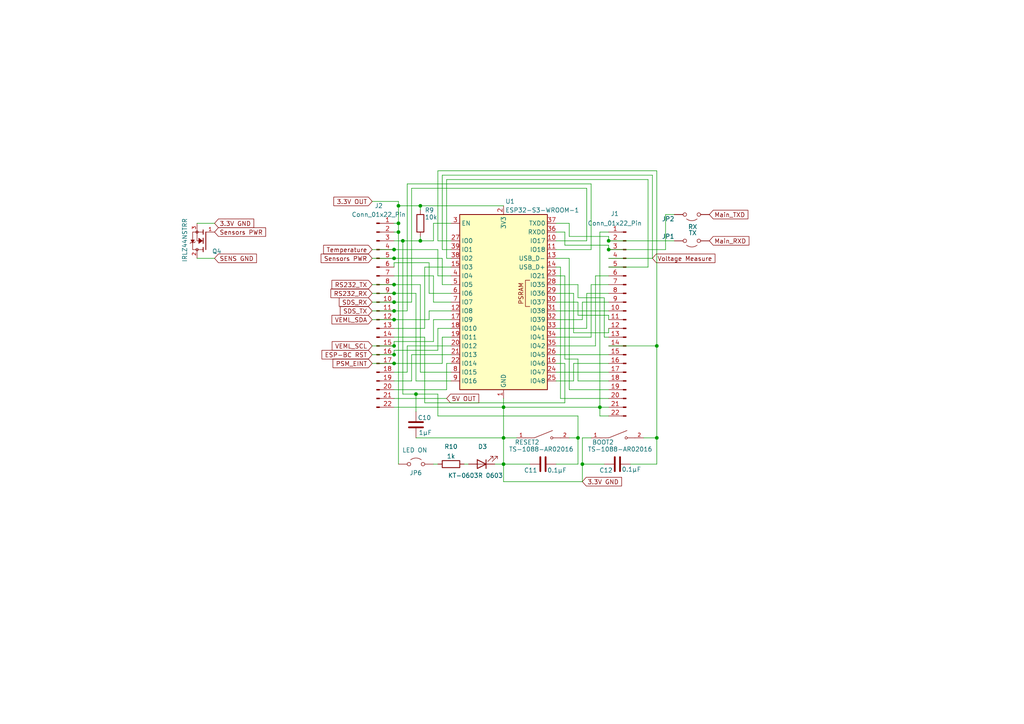
<source format=kicad_sch>
(kicad_sch (version 20250114) (generator "eeschema") (generator_version "9.0")
  (paper "A4")
  (title_block (title "Daniel Kluka Weather Station - DKWS") (date "2025-05-27") (rev "4") (company "Brno University of Technology") (comment 1 "Faculty of Eelectrical Engineering") (comment 2 "Department of Telecommunications") (comment 3 "Meteo Telcorain") (comment 4 "Bc. Daniel Kluka"))
  (lib_symbols
    (symbol "Connector:Conn_01x22_Pin" (pin_names (offset 1.016) (hide yes))
      (property "Reference" "J" (at 0 27.94 0))
      (property "Value" "Conn_01x22_Pin" (at 0 -30.48 0))
      (symbol "Conn_01x22_Pin_1_1"
        (rectangle (start 0.8636 25.527) (end 0 25.273) (stroke (width 0.1524)) (fill (type outline)))
        (rectangle (start 0.8636 22.987) (end 0 22.733) (stroke (width 0.1524)) (fill (type outline)))
        (rectangle (start 0.8636 20.447) (end 0 20.193) (stroke (width 0.1524)) (fill (type outline)))
        (rectangle (start 0.8636 17.907) (end 0 17.653) (stroke (width 0.1524)) (fill (type outline)))
        (rectangle (start 0.8636 15.367) (end 0 15.113) (stroke (width 0.1524)) (fill (type outline)))
        (rectangle (start 0.8636 12.827) (end 0 12.573) (stroke (width 0.1524)) (fill (type outline)))
        (rectangle (start 0.8636 10.287) (end 0 10.033) (stroke (width 0.1524)) (fill (type outline)))
        (rectangle (start 0.8636 7.747) (end 0 7.493) (stroke (width 0.1524)) (fill (type outline)))
        (rectangle (start 0.8636 5.207) (end 0 4.953) (stroke (width 0.1524)) (fill (type outline)))
        (rectangle (start 0.8636 2.667) (end 0 2.413) (stroke (width 0.1524)) (fill (type outline)))
        (rectangle (start 0.8636 0.127) (end 0 -0.127) (stroke (width 0.1524)) (fill (type outline)))
        (rectangle (start 0.8636 -2.413) (end 0 -2.667) (stroke (width 0.1524)) (fill (type outline)))
        (rectangle (start 0.8636 -4.953) (end 0 -5.207) (stroke (width 0.1524)) (fill (type outline)))
        (rectangle (start 0.8636 -7.493) (end 0 -7.747) (stroke (width 0.1524)) (fill (type outline)))
        (rectangle (start 0.8636 -10.033) (end 0 -10.287) (stroke (width 0.1524)) (fill (type outline)))
        (rectangle (start 0.8636 -12.573) (end 0 -12.827) (stroke (width 0.1524)) (fill (type outline)))
        (rectangle (start 0.8636 -15.113) (end 0 -15.367) (stroke (width 0.1524)) (fill (type outline)))
        (rectangle (start 0.8636 -17.653) (end 0 -17.907) (stroke (width 0.1524)) (fill (type outline)))
        (rectangle (start 0.8636 -20.193) (end 0 -20.447) (stroke (width 0.1524)) (fill (type outline)))
        (rectangle (start 0.8636 -22.733) (end 0 -22.987) (stroke (width 0.1524)) (fill (type outline)))
        (rectangle (start 0.8636 -25.273) (end 0 -25.527) (stroke (width 0.1524)) (fill (type outline)))
        (rectangle (start 0.8636 -27.813) (end 0 -28.067) (stroke (width 0.1524)) (fill (type outline)))
        (polyline (pts (xy 1.27 25.4) (xy 0.8636 25.4)) (stroke (width 0.1524)))
        (polyline (pts (xy 1.27 22.86) (xy 0.8636 22.86)) (stroke (width 0.1524)))
        (polyline (pts (xy 1.27 20.32) (xy 0.8636 20.32)) (stroke (width 0.1524)))
        (polyline (pts (xy 1.27 17.78) (xy 0.8636 17.78)) (stroke (width 0.1524)))
        (polyline (pts (xy 1.27 15.24) (xy 0.8636 15.24)) (stroke (width 0.1524)))
        (polyline (pts (xy 1.27 12.7) (xy 0.8636 12.7)) (stroke (width 0.1524)))
        (polyline (pts (xy 1.27 10.16) (xy 0.8636 10.16)) (stroke (width 0.1524)))
        (polyline (pts (xy 1.27 7.62) (xy 0.8636 7.62)) (stroke (width 0.1524)))
        (polyline (pts (xy 1.27 5.08) (xy 0.8636 5.08)) (stroke (width 0.1524)))
        (polyline (pts (xy 1.27 2.54) (xy 0.8636 2.54)) (stroke (width 0.1524)))
        (polyline (pts (xy 1.27 0) (xy 0.8636 0)) (stroke (width 0.1524)))
        (polyline (pts (xy 1.27 -2.54) (xy 0.8636 -2.54)) (stroke (width 0.1524)))
        (polyline (pts (xy 1.27 -5.08) (xy 0.8636 -5.08)) (stroke (width 0.1524)))
        (polyline (pts (xy 1.27 -7.62) (xy 0.8636 -7.62)) (stroke (width 0.1524)))
        (polyline (pts (xy 1.27 -10.16) (xy 0.8636 -10.16)) (stroke (width 0.1524)))
        (polyline (pts (xy 1.27 -12.7) (xy 0.8636 -12.7)) (stroke (width 0.1524)))
        (polyline (pts (xy 1.27 -15.24) (xy 0.8636 -15.24)) (stroke (width 0.1524)))
        (polyline (pts (xy 1.27 -17.78) (xy 0.8636 -17.78)) (stroke (width 0.1524)))
        (polyline (pts (xy 1.27 -20.32) (xy 0.8636 -20.32)) (stroke (width 0.1524)))
        (polyline (pts (xy 1.27 -22.86) (xy 0.8636 -22.86)) (stroke (width 0.1524)))
        (polyline (pts (xy 1.27 -25.4) (xy 0.8636 -25.4)) (stroke (width 0.1524)))
        (polyline (pts (xy 1.27 -27.94) (xy 0.8636 -27.94)) (stroke (width 0.1524)))
        (pin passive line (at 5.08 25.4 180) (length 3.81) (name "Pin_1") (number "1"))
        (pin passive line (at 5.08 22.86 180) (length 3.81) (name "Pin_2") (number "2"))
        (pin passive line (at 5.08 20.32 180) (length 3.81) (name "Pin_3") (number "3"))
        (pin passive line (at 5.08 17.78 180) (length 3.81) (name "Pin_4") (number "4"))
        (pin passive line (at 5.08 15.24 180) (length 3.81) (name "Pin_5") (number "5"))
        (pin passive line (at 5.08 12.7 180) (length 3.81) (name "Pin_6") (number "6"))
        (pin passive line (at 5.08 10.16 180) (length 3.81) (name "Pin_7") (number "7"))
        (pin passive line (at 5.08 7.62 180) (length 3.81) (name "Pin_8") (number "8"))
        (pin passive line (at 5.08 5.08 180) (length 3.81) (name "Pin_9") (number "9"))
        (pin passive line (at 5.08 2.54 180) (length 3.81) (name "Pin_10") (number "10"))
        (pin passive line (at 5.08 0 180) (length 3.81) (name "Pin_11") (number "11"))
        (pin passive line (at 5.08 -2.54 180) (length 3.81) (name "Pin_12") (number "12"))
        (pin passive line (at 5.08 -5.08 180) (length 3.81) (name "Pin_13") (number "13"))
        (pin passive line (at 5.08 -7.62 180) (length 3.81) (name "Pin_14") (number "14"))
        (pin passive line (at 5.08 -10.16 180) (length 3.81) (name "Pin_15") (number "15"))
        (pin passive line (at 5.08 -12.7 180) (length 3.81) (name "Pin_16") (number "16"))
        (pin passive line (at 5.08 -15.24 180) (length 3.81) (name "Pin_17") (number "17"))
        (pin passive line (at 5.08 -17.78 180) (length 3.81) (name "Pin_18") (number "18"))
        (pin passive line (at 5.08 -20.32 180) (length 3.81) (name "Pin_19") (number "19"))
        (pin passive line (at 5.08 -22.86 180) (length 3.81) (name "Pin_20") (number "20"))
        (pin passive line (at 5.08 -25.4 180) (length 3.81) (name "Pin_21") (number "21"))
        (pin passive line (at 5.08 -27.94 180) (length 3.81) (name "Pin_22") (number "22"))
      )
    )
    (symbol "Device:C" (pin_numbers (hide yes)) (pin_names (offset 0.254))
      (property "Reference" "C" (at 0.635 2.54 0))
      (property "Value" "C" (at 0.635 -2.54 0))
      (symbol "C_0_1"
        (polyline (pts (xy -2.032 0.762) (xy 2.032 0.762)) (stroke (width 0.508)))
        (polyline (pts (xy -2.032 -0.762) (xy 2.032 -0.762)) (stroke (width 0.508)))
      )
      (symbol "C_1_1"
        (pin passive line (at 0 3.81 270) (length 2.794) (name "~") (number "1"))
        (pin passive line (at 0 -3.81 90) (length 2.794) (name "~") (number "2"))
      )
    )
    (symbol "Device:LED" (pin_numbers (hide yes)) (pin_names (offset 1.016) (hide yes))
      (property "Reference" "D" (at 0 2.54 0))
      (property "Value" "LED" (at 0 -2.54 0))
      (symbol "LED_0_1"
        (polyline (pts (xy -3.048 -0.762) (xy -4.572 -2.286) (xy -3.81 -2.286) (xy -4.572 -2.286) (xy -4.572 -1.524)))
        (polyline (pts (xy -1.778 -0.762) (xy -3.302 -2.286) (xy -2.54 -2.286) (xy -3.302 -2.286) (xy -3.302 -1.524)))
        (polyline (pts (xy -1.27 0) (xy 1.27 0)))
        (polyline (pts (xy -1.27 -1.27) (xy -1.27 1.27)) (stroke (width 0.254)))
        (polyline (pts (xy 1.27 -1.27) (xy 1.27 1.27) (xy -1.27 0) (xy 1.27 -1.27)) (stroke (width 0.254)))
      )
      (symbol "LED_1_1"
        (pin passive line (at -3.81 0 0) (length 2.54) (name "K") (number "1"))
        (pin passive line (at 3.81 0 180) (length 2.54) (name "A") (number "2"))
      )
    )
    (symbol "Device:R" (pin_numbers (hide yes)) (pin_names (offset 0))
      (property "Reference" "R" (at 2.032 0 90))
      (property "Value" "R" (at 0 0 90))
      (symbol "R_0_1"
        (rectangle (start -1.016 -2.54) (end 1.016 2.54) (stroke (width 0.254)))
      )
      (symbol "R_1_1"
        (pin passive line (at 0 3.81 270) (length 1.27) (name "~") (number "1"))
        (pin passive line (at 0 -3.81 90) (length 1.27) (name "~") (number "2"))
      )
    )
    (symbol "IRLZ44N:IRLZ44N" (pin_names (offset 1.016))
      (property "Reference" "Q" (at -8.89 2.54 0))
      (property "Value" "IRLZ44N" (at -8.89 -7.62 0))
      (symbol "IRLZ44N_0_0"
        (polyline (pts (xy 0 2.54) (xy 0 -2.54)) (stroke (width 0.254)))
        (polyline (pts (xy 0.762 3.175) (xy 0.762 2.54)) (stroke (width 0.254)))
        (polyline (pts (xy 0.762 2.54) (xy 0.762 1.905)) (stroke (width 0.254)))
        (polyline (pts (xy 0.762 2.54) (xy 3.81 2.54)) (stroke (width 0.1524)))
        (polyline (pts (xy 0.762 0.762) (xy 0.762 0)) (stroke (width 0.254)))
        (polyline (pts (xy 0.762 0) (xy 0.762 -0.762)) (stroke (width 0.254)))
        (polyline (pts (xy 0.762 0) (xy 2.54 0)) (stroke (width 0.1524)))
        (polyline (pts (xy 0.762 -1.905) (xy 0.762 -2.54)) (stroke (width 0.254)))
        (polyline (pts (xy 0.762 -2.54) (xy 0.762 -3.175)) (stroke (width 0.254)))
        (polyline (pts (xy 1.016 0) (xy 2.032 0.762) (xy 2.032 -0.762) (xy 1.016 0)) (stroke (width 0.1524)) (fill (type outline)))
        (circle (center 2.54 2.54) (radius 0.3592))
        (polyline (pts (xy 2.54 0) (xy 2.54 -2.54)) (stroke (width 0.1524)))
        (polyline (pts (xy 2.54 -2.54) (xy 0.762 -2.54)) (stroke (width 0.1524)))
        (polyline (pts (xy 2.54 -2.54) (xy 3.81 -2.54)) (stroke (width 0.1524)))
        (circle (center 2.54 -2.54) (radius 0.3592))
        (polyline (pts (xy 3.302 0.508) (xy 3.048 0.254)) (stroke (width 0.1524)))
        (polyline (pts (xy 3.81 2.54) (xy 3.81 0.508)) (stroke (width 0.1524)))
        (polyline (pts (xy 3.81 0.508) (xy 3.302 0.508)) (stroke (width 0.1524)))
        (polyline (pts (xy 3.81 0.508) (xy 3.81 -2.54)) (stroke (width 0.1524)))
        (polyline (pts (xy 3.81 0.508) (xy 3.302 -0.254) (xy 4.318 -0.254) (xy 3.81 0.508)) (stroke (width 0.1524)) (fill (type outline)))
        (polyline (pts (xy 4.318 0.508) (xy 3.81 0.508)) (stroke (width 0.1524)))
        (polyline (pts (xy 4.572 0.762) (xy 4.318 0.508)) (stroke (width 0.1524)))
        (pin passive line (at -2.54 -2.54 0) (length 2.54) (name "~") (number "1"))
        (pin passive line (at 2.54 5.08 270) (length 2.54) (name "~") (number "2"))
        (pin passive line (at 2.54 -5.08 90) (length 2.54) (name "~") (number "3"))
      )
    )
    (symbol "Jumper:Jumper_2_Open" (pin_numbers (hide yes)) (pin_names (offset 0) (hide yes)) (exclude_from_sim yes)
      (property "Reference" "JP" (at 0 2.794 0))
      (property "Value" "Jumper_2_Open" (at 0 -2.286 0))
      (symbol "Jumper_2_Open_0_0"
        (circle (center -2.032 0) (radius 0.508))
        (circle (center 2.032 0) (radius 0.508))
      )
      (symbol "Jumper_2_Open_0_1"
        (arc (start -1.524 1.27) (mid 0 1.778) (end 1.524 1.27))
      )
      (symbol "Jumper_2_Open_1_1"
        (pin passive line (at -5.08 0 0) (length 2.54) (name "A") (number "1"))
        (pin passive line (at 5.08 0 180) (length 2.54) (name "B") (number "2"))
      )
    )
    (symbol "RF_Module:ESP32-S3-WROOM-1"
      (property "Reference" "U" (at -12.7 26.67 0))
      (property "Value" "ESP32-S3-WROOM-1" (at 12.7 26.67 0))
      (symbol "ESP32-S3-WROOM-1_0_0"
        (rectangle (start -12.7 25.4) (end 12.7 -25.4) (stroke (width 0.254)) (fill (type background)))
        (text "PSRAM" (at 5.08 2.54 900) (effects (font (size 1.27 1.27))))
      )
      (symbol "ESP32-S3-WROOM-1_0_1"
        (polyline (pts (xy 7.62 -1.27) (xy 6.35 -1.27) (xy 6.35 6.35) (xy 7.62 6.35)))
      )
      (symbol "ESP32-S3-WROOM-1_1_1"
        (pin input line (at -15.24 22.86 0) (length 2.54) (name "EN") (number "3"))
        (pin bidirectional line (at -15.24 17.78 0) (length 2.54) (name "IO0") (number "27"))
        (pin bidirectional line (at -15.24 15.24 0) (length 2.54) (name "IO1") (number "39"))
        (pin bidirectional line (at -15.24 12.7 0) (length 2.54) (name "IO2") (number "38"))
        (pin bidirectional line (at -15.24 10.16 0) (length 2.54) (name "IO3") (number "15"))
        (pin bidirectional line (at -15.24 7.62 0) (length 2.54) (name "IO4") (number "4"))
        (pin bidirectional line (at -15.24 5.08 0) (length 2.54) (name "IO5") (number "5"))
        (pin bidirectional line (at -15.24 2.54 0) (length 2.54) (name "IO6") (number "6"))
        (pin bidirectional line (at -15.24 0 0) (length 2.54) (name "IO7") (number "7"))
        (pin bidirectional line (at -15.24 -2.54 0) (length 2.54) (name "IO8") (number "12"))
        (pin bidirectional line (at -15.24 -5.08 0) (length 2.54) (name "IO9") (number "17"))
        (pin bidirectional line (at -15.24 -7.62 0) (length 2.54) (name "IO10") (number "18"))
        (pin bidirectional line (at -15.24 -10.16 0) (length 2.54) (name "IO11") (number "19"))
        (pin bidirectional line (at -15.24 -12.7 0) (length 2.54) (name "IO12") (number "20"))
        (pin bidirectional line (at -15.24 -15.24 0) (length 2.54) (name "IO13") (number "21"))
        (pin bidirectional line (at -15.24 -17.78 0) (length 2.54) (name "IO14") (number "22"))
        (pin bidirectional line (at -15.24 -20.32 0) (length 2.54) (name "IO15") (number "8"))
        (pin bidirectional line (at -15.24 -22.86 0) (length 2.54) (name "IO16") (number "9"))
        (pin power_in line (at 0 27.94 270) (length 2.54) (name "3V3") (number "2"))
        (pin power_in line (at 0 -27.94 90) (length 2.54) (name "GND") (number "1"))
        (pin passive line (at 0 -27.94 90) (length 2.54) (hide yes) (name "GND") (number "40"))
        (pin passive line (at 0 -27.94 90) (length 2.54) (hide yes) (name "GND") (number "41"))
        (pin bidirectional line (at 15.24 22.86 180) (length 2.54) (name "TXD0") (number "37"))
        (pin bidirectional line (at 15.24 20.32 180) (length 2.54) (name "RXD0") (number "36"))
        (pin bidirectional line (at 15.24 17.78 180) (length 2.54) (name "IO17") (number "10"))
        (pin bidirectional line (at 15.24 15.24 180) (length 2.54) (name "IO18") (number "11"))
        (pin bidirectional line (at 15.24 12.7 180) (length 2.54) (name "USB_D-") (number "13"))
        (pin bidirectional line (at 15.24 10.16 180) (length 2.54) (name "USB_D+") (number "14"))
        (pin bidirectional line (at 15.24 7.62 180) (length 2.54) (name "IO21") (number "23"))
        (pin bidirectional line (at 15.24 5.08 180) (length 2.54) (name "IO35") (number "28"))
        (pin bidirectional line (at 15.24 2.54 180) (length 2.54) (name "IO36") (number "29"))
        (pin bidirectional line (at 15.24 0 180) (length 2.54) (name "IO37") (number "30"))
        (pin bidirectional line (at 15.24 -2.54 180) (length 2.54) (name "IO38") (number "31"))
        (pin bidirectional line (at 15.24 -5.08 180) (length 2.54) (name "IO39") (number "32"))
        (pin bidirectional line (at 15.24 -7.62 180) (length 2.54) (name "IO40") (number "33"))
        (pin bidirectional line (at 15.24 -10.16 180) (length 2.54) (name "IO41") (number "34"))
        (pin bidirectional line (at 15.24 -12.7 180) (length 2.54) (name "IO42") (number "35"))
        (pin bidirectional line (at 15.24 -15.24 180) (length 2.54) (name "IO45") (number "26"))
        (pin bidirectional line (at 15.24 -17.78 180) (length 2.54) (name "IO46") (number "16"))
        (pin bidirectional line (at 15.24 -20.32 180) (length 2.54) (name "IO47") (number "24"))
        (pin bidirectional line (at 15.24 -22.86 180) (length 2.54) (name "IO48") (number "25"))
      )
    )
    (symbol "TS-1088-AR02016:TS-1088-AR02016" (pin_names (offset 1.016))
      (property "Reference" "S" (at -2.54 2.54 0))
      (property "Value" "TS-1088-AR02016" (at -2.54 -2.54 0))
      (symbol "TS-1088-AR02016_0_0"
        (polyline (pts (xy -2.54 0) (xy -5.08 0)) (stroke (width 0.1524)))
        (polyline (pts (xy -2.54 0) (xy 2.794 2.1336)) (stroke (width 0.1524)))
        (circle (center 2.54 0) (radius 0.3302) (stroke (width 0.1524)))
        (polyline (pts (xy 5.08 0) (xy 2.921 0)) (stroke (width 0.1524)))
        (pin passive line (at -7.62 0 0) (length 2.54) (name "~") (number "1"))
        (pin passive line (at 7.62 0 180) (length 2.54) (name "~") (number "2"))
      )
    )
  )
  (junction (at 114.3 102.87))
  (junction (at 121.92 69.85))
  (junction (at 146.05 118.11))
  (junction (at 190.5 100.33))
  (junction (at 173.99 118.11))
  (junction (at 176.53 72.39))
  (junction (at 115.57 67.31))
  (junction (at 114.3 92.71))
  (junction (at 167.64 127))
  (junction (at 146.05 127))
  (junction (at 121.92 59.69))
  (junction (at 114.3 100.33))
  (junction (at 115.57 59.69))
  (junction (at 114.3 105.41))
  (junction (at 168.91 134.62))
  (junction (at 114.3 72.39))
  (junction (at 114.3 85.09))
  (junction (at 116.84 69.85))
  (junction (at 146.05 134.62))
  (junction (at 115.57 64.77))
  (junction (at 114.3 87.63))
  (junction (at 114.3 74.93))
  (junction (at 190.5 127))
  (junction (at 120.65 114.3))
  (junction (at 114.3 82.55))
  (junction (at 114.3 90.17))
  (junction (at 176.53 69.85))
  (wire (pts (xy 168.91 134.62) (xy 168.91 139.7)))
  (wire (pts (xy 125.73 64.77) (xy 125.73 69.85)))
  (wire (pts (xy 128.27 50.8) (xy 189.23 50.8)))
  (wire (pts (xy 176.53 72.39) (xy 176.53 71.12)))
  (wire (pts (xy 115.57 59.69) (xy 115.57 64.77)))
  (wire (pts (xy 146.05 134.62) (xy 153.67 134.62)))
  (wire (pts (xy 107.95 100.33) (xy 114.3 100.33)))
  (wire (pts (xy 114.3 107.95) (xy 118.11 107.95)))
  (wire (pts (xy 127 101.6) (xy 127 95.25)))
  (wire (pts (xy 119.38 54.61) (xy 170.18 54.61)))
  (wire (pts (xy 114.3 64.77) (xy 115.57 64.77)))
  (wire (pts (xy 114.3 72.39) (xy 127 72.39)))
  (wire (pts (xy 161.29 67.31) (xy 163.83 67.31)))
  (wire (pts (xy 176.53 74.93) (xy 189.23 74.93)))
  (wire (pts (xy 127 120.65) (xy 127 114.3)))
  (wire (pts (xy 121.92 60.96) (xy 121.92 59.69)))
  (wire (pts (xy 165.1 64.77) (xy 161.29 64.77)))
  (wire (pts (xy 130.81 87.63) (xy 125.73 87.63)))
  (wire (pts (xy 168.91 127) (xy 168.91 134.62)))
  (wire (pts (xy 123.19 77.47) (xy 123.19 95.25)))
  (wire (pts (xy 165.1 68.58) (xy 165.1 64.77)))
  (wire (pts (xy 127 95.25) (xy 130.81 95.25)))
  (wire (pts (xy 130.81 77.47) (xy 123.19 77.47)))
  (wire (pts (xy 171.45 82.55) (xy 171.45 97.79)))
  (wire (pts (xy 167.64 110.49) (xy 176.53 110.49)))
  (wire (pts (xy 195.58 62.23) (xy 193.04 62.23)))
  (wire (pts (xy 114.3 82.55) (xy 121.92 82.55)))
  (wire (pts (xy 167.64 91.44) (xy 167.64 87.63)))
  (wire (pts (xy 161.29 85.09) (xy 166.37 85.09)))
  (wire (pts (xy 176.53 100.33) (xy 190.5 100.33)))
  (wire (pts (xy 189.23 50.8) (xy 189.23 74.93)))
  (wire (pts (xy 124.46 90.17) (xy 130.81 90.17)))
  (wire (pts (xy 175.26 86.36) (xy 167.64 86.36)))
  (wire (pts (xy 146.05 127) (xy 146.05 134.62)))
  (wire (pts (xy 161.29 87.63) (xy 167.64 87.63)))
  (wire (pts (xy 115.57 59.69) (xy 121.92 59.69)))
  (wire (pts (xy 114.3 101.6) (xy 114.3 102.87)))
  (wire (pts (xy 171.45 127) (xy 168.91 127)))
  (wire (pts (xy 116.84 69.85) (xy 116.84 114.3)))
  (wire (pts (xy 128.27 82.55) (xy 130.81 82.55)))
  (wire (pts (xy 172.72 80.01) (xy 172.72 100.33)))
  (wire (pts (xy 114.3 85.09) (xy 120.65 85.09)))
  (wire (pts (xy 161.29 107.95) (xy 176.53 107.95)))
  (wire (pts (xy 124.46 90.17) (xy 124.46 92.71)))
  (wire (pts (xy 125.73 80.01) (xy 114.3 80.01)))
  (wire (pts (xy 146.05 118.11) (xy 146.05 127)))
  (wire (pts (xy 128.27 105.41) (xy 128.27 97.79)))
  (wire (pts (xy 114.3 95.25) (xy 123.19 95.25)))
  (wire (pts (xy 57.15 74.93) (xy 62.23 74.93)))
  (wire (pts (xy 173.99 67.31) (xy 173.99 118.11)))
  (wire (pts (xy 176.53 72.39) (xy 193.04 72.39)))
  (wire (pts (xy 190.5 100.33) (xy 190.5 127)))
  (wire (pts (xy 125.73 134.62) (xy 127 134.62)))
  (wire (pts (xy 120.65 127) (xy 146.05 127)))
  (wire (pts (xy 172.72 100.33) (xy 161.29 100.33)))
  (wire (pts (xy 170.18 85.09) (xy 176.53 85.09)))
  (wire (pts (xy 168.91 92.71) (xy 161.29 92.71)))
  (wire (pts (xy 163.83 116.84) (xy 163.83 105.41)))
  (wire (pts (xy 165.1 127) (xy 167.64 127)))
  (wire (pts (xy 176.53 67.31) (xy 173.99 67.31)))
  (wire (pts (xy 125.73 92.71) (xy 130.81 92.71)))
  (wire (pts (xy 161.29 74.93) (xy 165.1 74.93)))
  (wire (pts (xy 166.37 110.49) (xy 161.29 110.49)))
  (wire (pts (xy 173.99 118.11) (xy 176.53 118.11)))
  (wire (pts (xy 107.95 102.87) (xy 114.3 102.87)))
  (wire (pts (xy 125.73 64.77) (xy 130.81 64.77)))
  (wire (pts (xy 168.91 134.62) (xy 175.26 134.62)))
  (wire (pts (xy 107.95 87.63) (xy 114.3 87.63)))
  (wire (pts (xy 115.57 58.42) (xy 115.57 59.69)))
  (wire (pts (xy 165.1 113.03) (xy 176.53 113.03)))
  (wire (pts (xy 161.29 80.01) (xy 163.83 80.01)))
  (wire (pts (xy 124.46 85.09) (xy 124.46 76.2)))
  (wire (pts (xy 124.46 92.71) (xy 114.3 92.71)))
  (wire (pts (xy 173.99 118.11) (xy 173.99 120.65)))
  (wire (pts (xy 149.86 127) (xy 146.05 127)))
  (wire (pts (xy 130.81 85.09) (xy 124.46 85.09)))
  (wire (pts (xy 161.29 90.17) (xy 176.53 90.17)))
  (wire (pts (xy 107.95 58.42) (xy 115.57 58.42)))
  (wire (pts (xy 170.18 54.61) (xy 170.18 69.85)))
  (wire (pts (xy 114.3 76.2) (xy 114.3 77.47)))
  (wire (pts (xy 123.19 116.84) (xy 163.83 116.84)))
  (wire (pts (xy 124.46 76.2) (xy 114.3 76.2)))
  (wire (pts (xy 167.64 120.65) (xy 127 120.65)))
  (wire (pts (xy 167.64 120.65) (xy 167.64 127)))
  (wire (pts (xy 129.54 52.07) (xy 187.96 52.07)))
  (wire (pts (xy 146.05 139.7) (xy 168.91 139.7)))
  (wire (pts (xy 120.65 114.3) (xy 120.65 119.38)))
  (wire (pts (xy 190.5 134.62) (xy 182.88 134.62)))
  (wire (pts (xy 167.64 104.14) (xy 163.83 104.14)))
  (wire (pts (xy 168.91 87.63) (xy 176.53 87.63)))
  (wire (pts (xy 167.64 134.62) (xy 161.29 134.62)))
  (wire (pts (xy 134.62 134.62) (xy 135.89 134.62)))
  (wire (pts (xy 107.95 85.09) (xy 114.3 85.09)))
  (wire (pts (xy 170.18 85.09) (xy 170.18 95.25)))
  (wire (pts (xy 167.64 127) (xy 167.64 134.62)))
  (wire (pts (xy 166.37 105.41) (xy 176.53 105.41)))
  (wire (pts (xy 127 49.53) (xy 127 69.85)))
  (wire (pts (xy 129.54 74.93) (xy 130.81 74.93)))
  (wire (pts (xy 121.92 107.95) (xy 130.81 107.95)))
  (wire (pts (xy 176.53 69.85) (xy 195.58 69.85)))
  (wire (pts (xy 114.3 99.06) (xy 125.73 99.06)))
  (wire (pts (xy 120.65 110.49) (xy 130.81 110.49)))
  (wire (pts (xy 190.5 127) (xy 190.5 134.62)))
  (wire (pts (xy 186.69 127) (xy 190.5 127)))
  (wire (pts (xy 107.95 72.39) (xy 114.3 72.39)))
  (wire (pts (xy 121.92 59.69) (xy 146.05 59.69)))
  (wire (pts (xy 162.56 115.57) (xy 162.56 77.47)))
  (wire (pts (xy 167.64 86.36) (xy 167.64 82.55)))
  (wire (pts (xy 127 80.01) (xy 130.81 80.01)))
  (wire (pts (xy 176.53 92.71) (xy 176.53 91.44)))
  (wire (pts (xy 120.65 114.3) (xy 127 114.3)))
  (wire (pts (xy 127 69.85) (xy 130.81 69.85)))
  (wire (pts (xy 125.73 87.63) (xy 125.73 80.01)))
  (wire (pts (xy 175.26 86.36) (xy 175.26 97.79)))
  (wire (pts (xy 125.73 69.85) (xy 121.92 69.85)))
  (wire (pts (xy 190.5 100.33) (xy 190.5 49.53)))
  (wire (pts (xy 119.38 87.63) (xy 119.38 54.61)))
  (wire (pts (xy 143.51 134.62) (xy 146.05 134.62)))
  (wire (pts (xy 172.72 80.01) (xy 176.53 80.01)))
  (wire (pts (xy 118.11 100.33) (xy 130.81 100.33)))
  (wire (pts (xy 171.45 97.79) (xy 161.29 97.79)))
  (wire (pts (xy 107.95 90.17) (xy 114.3 90.17)))
  (wire (pts (xy 119.38 102.87) (xy 119.38 110.49)))
  (wire (pts (xy 165.1 113.03) (xy 165.1 74.93)))
  (wire (pts (xy 166.37 105.41) (xy 166.37 110.49)))
  (wire (pts (xy 163.83 71.12) (xy 163.83 67.31)))
  (wire (pts (xy 162.56 77.47) (xy 161.29 77.47)))
  (wire (pts (xy 128.27 74.93) (xy 114.3 74.93)))
  (wire (pts (xy 123.19 97.79) (xy 123.19 116.84)))
  (wire (pts (xy 119.38 102.87) (xy 130.81 102.87)))
  (wire (pts (xy 125.73 99.06) (xy 125.73 92.71)))
  (wire (pts (xy 128.27 72.39) (xy 130.81 72.39)))
  (wire (pts (xy 166.37 85.09) (xy 166.37 96.52)))
  (wire (pts (xy 114.3 69.85) (xy 116.84 69.85)))
  (wire (pts (xy 176.53 71.12) (xy 163.83 71.12)))
  (wire (pts (xy 173.99 118.11) (xy 146.05 118.11)))
  (wire (pts (xy 167.64 82.55) (xy 161.29 82.55)))
  (wire (pts (xy 176.53 77.47) (xy 187.96 77.47)))
  (wire (pts (xy 120.65 85.09) (xy 120.65 110.49)))
  (wire (pts (xy 162.56 115.57) (xy 176.53 115.57)))
  (wire (pts (xy 175.26 97.79) (xy 176.53 97.79)))
  (wire (pts (xy 176.53 96.52) (xy 176.53 95.25)))
  (wire (pts (xy 171.45 53.34) (xy 171.45 72.39)))
  (wire (pts (xy 115.57 67.31) (xy 115.57 134.62)))
  (wire (pts (xy 176.53 96.52) (xy 166.37 96.52)))
  (wire (pts (xy 129.54 105.41) (xy 129.54 113.03)))
  (wire (pts (xy 170.18 69.85) (xy 161.29 69.85)))
  (wire (pts (xy 121.92 82.55) (xy 121.92 107.95)))
  (wire (pts (xy 176.53 68.58) (xy 165.1 68.58)))
  (wire (pts (xy 129.54 115.57) (xy 114.3 115.57)))
  (wire (pts (xy 114.3 99.06) (xy 114.3 100.33)))
  (wire (pts (xy 190.5 49.53) (xy 127 49.53)))
  (wire (pts (xy 128.27 97.79) (xy 130.81 97.79)))
  (wire (pts (xy 163.83 104.14) (xy 163.83 80.01)))
  (wire (pts (xy 114.3 90.17) (xy 118.11 90.17)))
  (wire (pts (xy 146.05 134.62) (xy 146.05 139.7)))
  (wire (pts (xy 193.04 72.39) (xy 193.04 62.23)))
  (wire (pts (xy 114.3 97.79) (xy 123.19 97.79)))
  (wire (pts (xy 187.96 77.47) (xy 187.96 52.07)))
  (wire (pts (xy 173.99 120.65) (xy 176.53 120.65)))
  (wire (pts (xy 168.91 87.63) (xy 168.91 92.71)))
  (wire (pts (xy 114.3 113.03) (xy 129.54 113.03)))
  (wire (pts (xy 114.3 105.41) (xy 128.27 105.41)))
  (wire (pts (xy 114.3 110.49) (xy 119.38 110.49)))
  (wire (pts (xy 116.84 114.3) (xy 120.65 114.3)))
  (wire (pts (xy 62.23 64.77) (xy 57.15 64.77)))
  (wire (pts (xy 121.92 68.58) (xy 121.92 69.85)))
  (wire (pts (xy 161.29 95.25) (xy 170.18 95.25)))
  (wire (pts (xy 114.3 101.6) (xy 127 101.6)))
  (wire (pts (xy 114.3 67.31) (xy 115.57 67.31)))
  (wire (pts (xy 129.54 52.07) (xy 129.54 74.93)))
  (wire (pts (xy 118.11 100.33) (xy 118.11 107.95)))
  (wire (pts (xy 171.45 82.55) (xy 176.53 82.55)))
  (wire (pts (xy 161.29 102.87) (xy 176.53 102.87)))
  (wire (pts (xy 163.83 105.41) (xy 161.29 105.41)))
  (wire (pts (xy 146.05 115.57) (xy 146.05 118.11)))
  (wire (pts (xy 129.54 105.41) (xy 130.81 105.41)))
  (wire (pts (xy 176.53 69.85) (xy 176.53 68.58)))
  (wire (pts (xy 128.27 82.55) (xy 128.27 74.93)))
  (wire (pts (xy 116.84 69.85) (xy 121.92 69.85)))
  (wire (pts (xy 127 72.39) (xy 127 80.01)))
  (wire (pts (xy 114.3 118.11) (xy 146.05 118.11)))
  (wire (pts (xy 167.64 110.49) (xy 167.64 104.14)))
  (wire (pts (xy 107.95 92.71) (xy 114.3 92.71)))
  (wire (pts (xy 107.95 82.55) (xy 114.3 82.55)))
  (wire (pts (xy 118.11 53.34) (xy 171.45 53.34)))
  (wire (pts (xy 114.3 87.63) (xy 119.38 87.63)))
  (wire (pts (xy 107.95 105.41) (xy 114.3 105.41)))
  (wire (pts (xy 176.53 91.44) (xy 167.64 91.44)))
  (wire (pts (xy 171.45 72.39) (xy 161.29 72.39)))
  (wire (pts (xy 118.11 90.17) (xy 118.11 53.34)))
  (wire (pts (xy 107.95 74.93) (xy 114.3 74.93)))
  (wire (pts (xy 115.57 64.77) (xy 115.57 67.31)))
  (wire (pts (xy 128.27 50.8) (xy 128.27 72.39)))
  (global_label "3.3V GND" (shape input) (at 168.91 139.7 0) (property "Intersheetrefs" "${INTERSHEET_REFS}" (effects (hide yes))))
  (global_label "5V OUT" (shape input) (at 129.54 115.57 0) (property "Intersheetrefs" "${INTERSHEET_REFS}" (effects (hide yes))))
  (global_label "VEML_SDA" (shape input) (at 107.95 92.71 180) (property "Intersheetrefs" "${INTERSHEET_REFS}" (effects (hide yes))))
  (global_label "Sensors PWR" (shape input) (at 107.95 74.93 180) (property "Intersheetrefs" "${INTERSHEET_REFS}" (effects (hide yes))))
  (global_label "Sensors PWR" (shape input) (at 62.23 67.31 0) (property "Intersheetrefs" "${INTERSHEET_REFS}" (effects (hide yes))))
  (global_label "Voltage Measure" (shape input) (at 189.23 74.93 0) (property "Intersheetrefs" "${INTERSHEET_REFS}" (effects (hide yes))))
  (global_label "RS232_RX" (shape input) (at 107.95 85.09 180) (property "Intersheetrefs" "${INTERSHEET_REFS}" (effects (hide yes))))
  (global_label "RS232_TX" (shape input) (at 107.95 82.55 180) (property "Intersheetrefs" "${INTERSHEET_REFS}" (effects (hide yes))))
  (global_label "SDS_TX" (shape input) (at 107.95 90.17 180) (property "Intersheetrefs" "${INTERSHEET_REFS}" (effects (hide yes))))
  (global_label "Temperature" (shape input) (at 107.95 72.39 180) (property "Intersheetrefs" "${INTERSHEET_REFS}" (effects (hide yes))))
  (global_label "SENS GND" (shape input) (at 62.23 74.93 0) (property "Intersheetrefs" "${INTERSHEET_REFS}" (effects (hide yes))))
  (global_label "Main_RXD" (shape input) (at 205.74 69.85 0) (property "Intersheetrefs" "${INTERSHEET_REFS}" (effects (hide yes))))
  (global_label "SDS_RX" (shape input) (at 107.95 87.63 180) (property "Intersheetrefs" "${INTERSHEET_REFS}" (effects (hide yes))))
  (global_label "PSM_EINT" (shape input) (at 107.95 105.41 180) (property "Intersheetrefs" "${INTERSHEET_REFS}" (effects (hide yes))))
  (global_label "VEML_SCL" (shape input) (at 107.95 100.33 180) (property "Intersheetrefs" "${INTERSHEET_REFS}" (effects (hide yes))))
  (global_label "3.3V GND" (shape input) (at 62.23 64.77 0) (property "Intersheetrefs" "${INTERSHEET_REFS}" (effects (hide yes))))
  (global_label "Main_TXD" (shape input) (at 205.74 62.23 0) (property "Intersheetrefs" "${INTERSHEET_REFS}" (effects (hide yes))))
  (global_label "3.3V OUT" (shape input) (at 107.95 58.42 180) (property "Intersheetrefs" "${INTERSHEET_REFS}" (effects (hide yes))))
  (global_label "ESP-BC RST" (shape input) (at 107.95 102.87 180) (property "Intersheetrefs" "${INTERSHEET_REFS}" (effects (hide yes))))
  (symbol (lib_id "Jumper:Jumper_2_Open") (at 120.65 134.62 0) (unit 1) (exclude_from_sim yes)
    (property "Reference" "JP6" (at 122.428 137.16 0) (effects (justify right)))
    (property "Value" "LED ON" (at 123.952 130.556 0) (effects (justify right)))
    (property "Footprint" "Connector_PinHeader_2.00mm:PinHeader_1x02_P2.00mm_Vertical" (effects (hide yes)))
    (property "Description" "Jumper, 2-pole, open" (effects (hide yes)))
    (property "LCSC" "C706997" (effects (hide yes)))
  )
  (symbol (lib_id "Device:LED") (at 139.7 134.62 180) (unit 1)
    (property "Reference" "D3" (at 139.954 129.54 0))
    (property "Value" "KT-0603R 0603" (at 137.922 137.922 0))
    (property "Footprint" "LED_SMD:LED_0603_1608Metric" (effects (hide yes)))
    (property "Description" "Light emitting diode" (effects (hide yes)))
    (property "Sim.Pins" "1=K 2=A" (effects (hide yes)))
    (property "LCSC" "C2286" (effects (hide yes)))
  )
  (symbol (lib_id "Jumper:Jumper_2_Open") (at 200.66 62.23 180) (unit 1) (exclude_from_sim yes)
    (property "Reference" "JP2" (at 193.802 63.5 0))
    (property "Value" "RX" (at 200.914 65.786 0))
    (property "Footprint" "Connector_PinHeader_2.54mm:PinHeader_1x02_P2.54mm_Vertical" (effects (hide yes)))
    (property "Description" "Jumper, 2-pole, open" (effects (hide yes)))
    (property "LCSC" "C225477" (effects (hide yes)))
  )
  (symbol (lib_id "TS-1088-AR02016:TS-1088-AR02016") (at 157.48 127 0) (unit 1)
    (property "Reference" "RESET2" (at 156.464 128.27 0) (effects (justify right)))
    (property "Value" "TS-1088-AR02016" (at 166.37 130.302 0) (effects (justify right)))
    (property "Footprint" "TS-1088-AR02016:SW_TS-1088-AR02016" (effects (hide yes)))
    (property "Description" "ESP" (effects (hide yes)))
    (property "MF" "Xunpu" (effects (hide yes)))
    (property "MAXIMUM_PACKAGE_HEIGHT" "2.0 mm" (effects (hide yes)))
    (property "Package" "Package" (effects (hide yes)))
    (property "Price" "None" (effects (hide yes)))
    (property "Check_prices" "https://www.snapeda.com/parts/TS-1088-AR02016/Xunpu/view-part/?ref=eda" (effects (hide yes)))
    (property "STANDARD" "Manufacturer Recommendations" (effects (hide yes)))
    (property "PARTREV" "N/A" (effects (hide yes)))
    (property "SnapEDA_Link" "https://www.snapeda.com/parts/TS-1088-AR02016/Xunpu/view-part/?ref=snap" (effects (hide yes)))
    (property "MP" "TS-1088-AR02016" (effects (hide yes)))
    (property "Description_1" "50mA 4mm 100MΩ 100,000 Times 12V 160gf 3mm 2mm Round Button Vertical welding SPST SMD Tactile Switches ROHS" (effects (hide yes)))
    (property "Availability" "Not in stock" (effects (hide yes)))
    (property "MANUFACTURER" "Xunpu" (effects (hide yes)))
    (property "LCSC" "C720477" (effects (hide yes)))
  )
  (symbol (lib_id "RF_Module:ESP32-S3-WROOM-1") (at 146.05 87.63 0) (unit 1)
    (property "Reference" "U1" (at 146.558 58.42 0) (effects (justify left)))
    (property "Value" "ESP32-S3-WROOM-1" (at 146.558 60.96 0) (effects (justify left)))
    (property "Footprint" "RF_Module:ESP32-S3-WROOM-1" (effects (hide yes)))
    (property "Datasheet" "https://www.espressif.com/sites/default/files/documentation/esp32-s3-wroom-1_wroom-1u_datasheet_en.pdf" (effects (hide yes)))
    (property "Description" "RF Module, ESP32-S3 SoC, Wi-Fi 802.11b/g/n, Bluetooth, BLE, 32-bit, 3.3V, onboard antenna, SMD" (effects (hide yes)))
    (property "LCSC" "C2913202" (effects (hide yes)))
  )
  (symbol (lib_id "Device:R") (at 130.81 134.62 90) (unit 1)
    (property "Reference" "R10" (at 130.81 129.54 90))
    (property "Value" "1k" (at 130.81 132.334 90))
    (property "Footprint" "Resistor_SMD:R_0603_1608Metric" (effects (hide yes)))
    (property "Description" "Resistor" (effects (hide yes)))
    (property "LCSC" "C23186" (effects (hide yes)))
  )
  (symbol (lib_id "TS-1088-AR02016:TS-1088-AR02016") (at 179.07 127 0) (unit 1)
    (property "Reference" "BOOT2" (at 178.054 128.27 0) (effects (justify right)))
    (property "Value" "TS-1088-AR02016" (at 189.23 130.302 0) (effects (justify right)))
    (property "Footprint" "TS-1088-AR02016:SW_TS-1088-AR02016" (effects (hide yes)))
    (property "Description" "ESP" (effects (hide yes)))
    (property "MF" "Xunpu" (effects (hide yes)))
    (property "MAXIMUM_PACKAGE_HEIGHT" "2.0 mm" (effects (hide yes)))
    (property "Package" "Package" (effects (hide yes)))
    (property "Price" "None" (effects (hide yes)))
    (property "Check_prices" "https://www.snapeda.com/parts/TS-1088-AR02016/Xunpu/view-part/?ref=eda" (effects (hide yes)))
    (property "STANDARD" "Manufacturer Recommendations" (effects (hide yes)))
    (property "PARTREV" "N/A" (effects (hide yes)))
    (property "SnapEDA_Link" "https://www.snapeda.com/parts/TS-1088-AR02016/Xunpu/view-part/?ref=snap" (effects (hide yes)))
    (property "MP" "TS-1088-AR02016" (effects (hide yes)))
    (property "Description_1" "50mA 4mm 100MΩ 100,000 Times 12V 160gf 3mm 2mm Round Button Vertical welding SPST SMD Tactile Switches ROHS" (effects (hide yes)))
    (property "Availability" "Not in stock" (effects (hide yes)))
    (property "MANUFACTURER" "Xunpu" (effects (hide yes)))
    (property "LCSC" "C720477" (effects (hide yes)))
  )
  (symbol (lib_id "Connector:Conn_01x22_Pin") (at 181.61 92.71 0) (mirror y) (unit 1)
    (property "Reference" "J1" (at 178.308 61.976 0))
    (property "Value" "Conn_01x22_Pin" (at 178.308 64.77 0))
    (property "Footprint" "Connector_PinHeader_2.54mm:PinHeader_1x22_P2.54mm_Vertical" (effects (hide yes)))
    (property "Description" "Generic connector, single row, 01x22, script generated" (effects (hide yes)))
    (property "LCSC" "C725954" (effects (hide yes)))
  )
  (symbol (lib_id "Device:C") (at 157.48 134.62 270) (unit 1)
    (property "Reference" "C11" (at 153.924 136.398 90))
    (property "Value" "0.1μF" (at 161.544 136.398 90))
    (property "Footprint" "Capacitor_SMD:C_0603_1608Metric" (effects (hide yes)))
    (property "Description" "Unpolarized capacitor" (effects (hide yes)))
    (property "LCSC" "C14663" (effects (hide yes)))
  )
  (symbol (lib_id "IRLZ44N:IRLZ44N") (at 59.69 69.85 180) (unit 1)
    (property "Reference" "Q4" (at 64.262 72.898 0) (effects (justify left)))
    (property "Value" "IRLZ44NSTRR" (at 53.594 63.246 90) (effects (justify left)))
    (property "Footprint" "IRLZ44N:TRANS_IRF3205S" (effects (hide yes)))
    (property "MF" "Infineon Technologies" (effects (hide yes)))
    (property "MAXIMUM_PACKAGE_HEIGHT" "19.3mm" (effects (hide yes)))
    (property "Package" "TO-220 Infineon" (effects (hide yes)))
    (property "Price" "None" (effects (hide yes)))
    (property "Check_prices" "https://www.snapeda.com/parts/IRLZ44N/Infineon/view-part/?ref=eda" (effects (hide yes)))
    (property "STANDARD" "IPC-7351B" (effects (hide yes)))
    (property "PARTREV" "11/11/03" (effects (hide yes)))
    (property "SnapEDA_Link" "https://www.snapeda.com/parts/IRLZ44N/Infineon/view-part/?ref=snap" (effects (hide yes)))
    (property "MP" "IRLZ44N" (effects (hide yes)))
    (property "Description_1" "N-Channel 55 V 47A (Tc) 3.8W (Ta), 110W (Tc) Surface Mount D2PAK" (effects (hide yes)))
    (property "Availability" "In Stock" (effects (hide yes)))
    (property "MANUFACTURER" "Infineon" (effects (hide yes)))
    (property "LCSC" "C2680878" (effects (hide yes)))
  )
  (symbol (lib_id "Device:R") (at 121.92 64.77 0) (unit 1)
    (property "Reference" "R9" (at 123.19 60.96 0) (effects (justify left)))
    (property "Value" "10k" (at 123.19 62.992 0) (effects (justify left)))
    (property "Footprint" "Resistor_SMD:R_0603_1608Metric" (effects (hide yes)))
    (property "Description" "Resistor" (effects (hide yes)))
    (property "LCSC" "C25804" (effects (hide yes)))
  )
  (symbol (lib_id "Jumper:Jumper_2_Open") (at 200.66 69.85 180) (unit 1) (exclude_from_sim yes)
    (property "Reference" "JP1" (at 193.802 68.58 0))
    (property "Value" "TX" (at 200.914 67.564 0))
    (property "Footprint" "Connector_PinHeader_2.54mm:PinHeader_1x02_P2.54mm_Vertical" (effects (hide yes)))
    (property "Description" "Jumper, 2-pole, open" (effects (hide yes)))
    (property "LCSC" "C225477" (effects (hide yes)))
  )
  (symbol (lib_id "Device:C") (at 179.07 134.62 270) (unit 1)
    (property "Reference" "C12" (at 175.768 136.398 90))
    (property "Value" "0.1μF" (at 183.134 136.144 90))
    (property "Footprint" "Capacitor_SMD:C_0603_1608Metric" (effects (hide yes)))
    (property "Description" "Unpolarized capacitor" (effects (hide yes)))
    (property "LCSC" "C14663" (effects (hide yes)))
  )
  (symbol (lib_id "Device:C") (at 120.65 123.19 0) (unit 1)
    (property "Reference" "C10" (at 121.158 121.158 0) (effects (justify left)))
    (property "Value" "1μF" (at 121.412 125.476 0) (effects (justify left)))
    (property "Footprint" "Capacitor_SMD:C_0603_1608Metric" (effects (hide yes)))
    (property "Description" "Unpolarized capacitor" (effects (hide yes)))
    (property "LCSC" "C15849" (effects (hide yes)))
  )
  (symbol (lib_id "Connector:Conn_01x22_Pin") (at 109.22 90.17 0) (unit 1)
    (property "Reference" "J2" (at 109.855 59.69 0))
    (property "Value" "Conn_01x22_Pin" (at 109.855 62.23 0))
    (property "Footprint" "Connector_PinHeader_2.54mm:PinHeader_1x22_P2.54mm_Vertical" (effects (hide yes)))
    (property "Description" "Generic connector, single row, 01x22, script generated" (effects (hide yes)))
    (property "LCSC" "C725954" (effects (hide yes)))
  )
)
</source>
